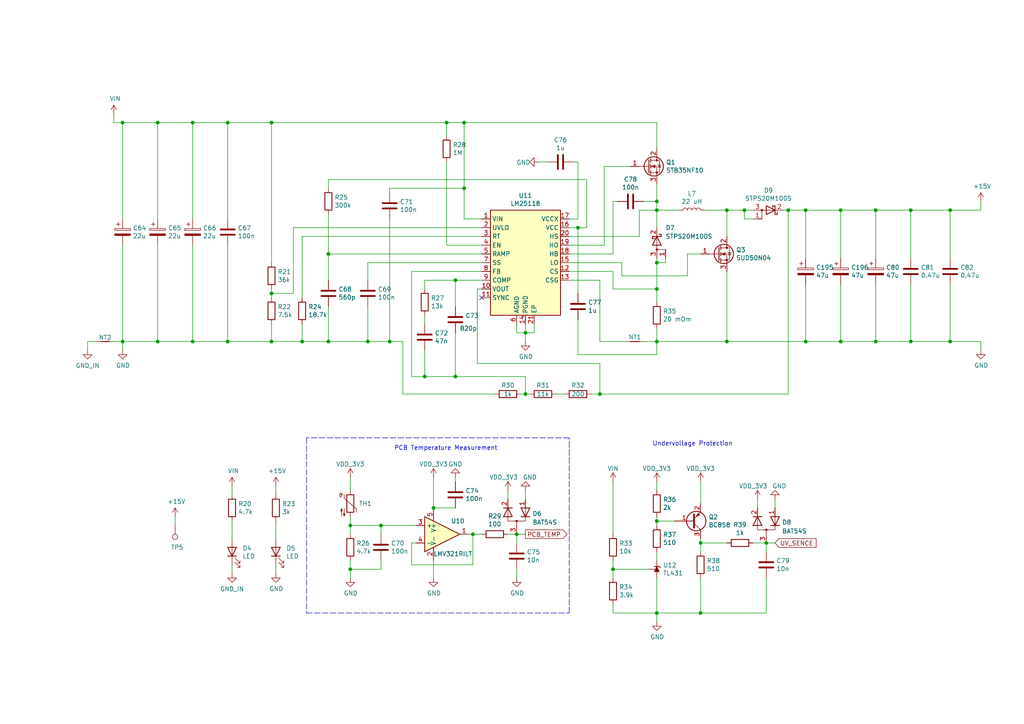
<source format=kicad_sch>
(kicad_sch (version 20250114) (generator "eeschema") (generator_version "9.0")
  (paper "A4")
  (title_block (comment 1 "НВЦТ.EVP150-2-1.3000.100 Э3"))
  (lib_symbols
    (symbol "C2000Board-rescue:AD8601-myLib"
      (property "Reference" "U" (at 0 7.62 0))
      (property "Value" "AD8601-myLib" (at 0 5.08 0))
      (symbol "AD8601-myLib_0_1"
        (polyline (pts (xy -5.08 5.08) (xy 5.08 0) (xy -5.08 -5.08) (xy -5.08 5.08)) (stroke (width 0.254)) (fill (type background)))
      )
      (symbol "AD8601-myLib_1_1"
        (pin input line (at -7.62 2.54 0) (length 2.54) (name "+") (number "3"))
        (pin input line (at -7.62 -2.54 0) (length 2.54) (name "-") (number "4"))
        (pin power_in line (at -2.54 7.62 270) (length 3.81) (name "V+") (number "5"))
        (pin power_in line (at -2.54 -7.62 90) (length 3.81) (name "V-") (number "2"))
        (pin output line (at 7.62 0 180) (length 2.54) (name "~") (number "1"))
      )
    )
    (symbol "C2000Board-rescue:CP-Device" (pin_numbers (hide yes)) (pin_names (offset 0.254))
      (property "Reference" "C" (at 0.635 2.54 0))
      (property "Value" "CP-Device" (at 0.635 -2.54 0))
      (symbol "CP-Device_0_1"
        (rectangle (start -2.286 0.508) (end 2.286 1.016))
        (polyline (pts (xy -1.778 2.286) (xy -0.762 2.286)))
        (polyline (pts (xy -1.27 2.794) (xy -1.27 1.778)))
        (rectangle (start 2.286 -0.508) (end -2.286 -1.016) (fill (type outline)))
      )
      (symbol "CP-Device_1_1"
        (pin passive line (at 0 3.81 270) (length 2.794) (name "~") (number "1"))
        (pin passive line (at 0 -3.81 90) (length 2.794) (name "~") (number "2"))
      )
    )
    (symbol "C2000Board-rescue:Net-Tie_2-Device" (pin_numbers (hide yes)) (pin_names (offset 0) (hide yes))
      (property "Reference" "NT" (at 0 1.27 0))
      (property "Value" "Net-Tie_2-Device" (at 0 -1.27 0))
      (symbol "Net-Tie_2-Device_0_1"
        (polyline (pts (xy -1.27 0) (xy 1.27 0)) (stroke (width 0.254)))
      )
      (symbol "Net-Tie_2-Device_1_1"
        (pin passive line (at -2.54 0 0) (length 2.54) (name "1") (number "1"))
        (pin passive line (at 2.54 0 180) (length 2.54) (name "2") (number "2"))
      )
    )
    (symbol "Connector:TestPoint" (pin_numbers (hide yes)) (pin_names (offset 0.762) (hide yes))
      (property "Reference" "TP" (at 0 6.858 0))
      (property "Value" "TestPoint" (at 0 5.08 0))
      (symbol "TestPoint_0_1"
        (circle (center 0 3.302) (radius 0.762))
      )
      (symbol "TestPoint_1_1"
        (pin passive line (at 0 0 90) (length 2.54) (name "1") (number "1"))
      )
    )
    (symbol "Device:C" (pin_numbers (hide yes)) (pin_names (offset 0.254))
      (property "Reference" "C" (at 0.635 2.54 0))
      (property "Value" "C" (at 0.635 -2.54 0))
      (symbol "C_0_1"
        (polyline (pts (xy -2.032 0.762) (xy 2.032 0.762)) (stroke (width 0.508)))
        (polyline (pts (xy -2.032 -0.762) (xy 2.032 -0.762)) (stroke (width 0.508)))
      )
      (symbol "C_1_1"
        (pin passive line (at 0 3.81 270) (length 2.794) (name "~") (number "1"))
        (pin passive line (at 0 -3.81 90) (length 2.794) (name "~") (number "2"))
      )
    )
    (symbol "Device:D_Dual_Series_AKC_Parallel" (pin_names (offset 0.762) (hide yes))
      (property "Reference" "D" (at 0 5.08 0))
      (property "Value" "D_Dual_Series_AKC_Parallel" (at 0 -5.08 0))
      (symbol "D_Dual_Series_AKC_Parallel_0_0"
        (polyline (pts (xy 0 -1.27) (xy 0 -3.81)) (stroke (width 0.254)))
        (polyline (pts (xy 2.54 3.81) (xy 2.54 1.27)) (stroke (width 0.254)))
      )
      (symbol "D_Dual_Series_AKC_Parallel_0_1"
        (circle (center -1.27 0) (radius 0.254) (fill (type outline)))
        (polyline (pts (xy -1.27 0) (xy -2.54 0)))
        (polyline (pts (xy 0 3.81) (xy 2.54 2.54) (xy 0 1.27) (xy 0 3.81) (xy 0 3.81) (xy 0 3.81)) (stroke (width 0.254)))
        (polyline (pts (xy 2.54 2.54) (xy -1.27 2.54) (xy -1.27 -2.54) (xy 2.54 -2.54)))
        (polyline (pts (xy 2.54 -1.27) (xy 0 -2.54) (xy 2.54 -3.81) (xy 2.54 -1.27) (xy 2.54 -1.27) (xy 2.54 -1.27)) (stroke (width 0.254)))
        (pin passive line (at -5.08 0 0) (length 2.54) (name "A") (number "3"))
        (pin passive line (at 5.08 2.54 180) (length 2.54) (name "K") (number "2"))
        (pin passive line (at 5.08 -2.54 180) (length 2.54) (name "K") (number "1"))
      )
    )
    (symbol "Device:D_Schottky_AKA" (pin_names (offset 0) (hide yes))
      (property "Reference" "D" (at 0 2.54 0))
      (property "Value" "D_Schottky_AKA" (at 0 -2.54 0))
      (symbol "D_Schottky_AKA_0_1"
        (polyline (pts (xy -1.905 0.635) (xy -1.905 1.27) (xy -1.27 1.27) (xy -1.27 -1.27) (xy -0.635 -1.27) (xy -0.635 -0.635)) (stroke (width 0.254)))
        (polyline (pts (xy 1.27 1.27) (xy 1.27 -1.27) (xy -1.27 0) (xy 1.27 1.27)) (stroke (width 0.254)))
        (circle (center 2.54 0) (radius 0.254) (fill (type outline)))
        (polyline (pts (xy 3.81 2.54) (xy 2.54 2.54) (xy 2.54 0) (xy -1.27 0)))
      )
      (symbol "D_Schottky_AKA_1_1"
        (pin passive line (at -3.81 0 0) (length 2.54) (name "K") (number "2"))
        (pin input line (at 5.08 2.54 180) (length 2.54) (name "A") (number "1"))
        (pin passive line (at 5.08 0 180) (length 2.54) (name "A") (number "3"))
      )
    )
    (symbol "Device:L" (pin_numbers (hide yes)) (pin_names (offset 1.016) (hide yes))
      (property "Reference" "L" (at -1.27 0 90))
      (property "Value" "L" (at 1.905 0 90))
      (symbol "L_0_1"
        (arc (start 0 2.54) (mid 0.6323 1.905) (end 0 1.27))
        (arc (start 0 1.27) (mid 0.6323 0.635) (end 0 0))
        (arc (start 0 0) (mid 0.6323 -0.635) (end 0 -1.27))
        (arc (start 0 -1.27) (mid 0.6323 -1.905) (end 0 -2.54))
      )
      (symbol "L_1_1"
        (pin passive line (at 0 3.81 270) (length 1.27) (name "1") (number "1"))
        (pin passive line (at 0 -3.81 90) (length 1.27) (name "2") (number "2"))
      )
    )
    (symbol "Device:LED" (pin_numbers (hide yes)) (pin_names (offset 1.016) (hide yes))
      (property "Reference" "D" (at 0 2.54 0))
      (property "Value" "LED" (at 0 -2.54 0))
      (symbol "LED_0_1"
        (polyline (pts (xy -3.048 -0.762) (xy -4.572 -2.286) (xy -3.81 -2.286) (xy -4.572 -2.286) (xy -4.572 -1.524)))
        (polyline (pts (xy -1.778 -0.762) (xy -3.302 -2.286) (xy -2.54 -2.286) (xy -3.302 -2.286) (xy -3.302 -1.524)))
        (polyline (pts (xy -1.27 0) (xy 1.27 0)))
        (polyline (pts (xy -1.27 -1.27) (xy -1.27 1.27)) (stroke (width 0.254)))
        (polyline (pts (xy 1.27 -1.27) (xy 1.27 1.27) (xy -1.27 0) (xy 1.27 -1.27)) (stroke (width 0.254)))
      )
      (symbol "LED_1_1"
        (pin passive line (at -3.81 0 0) (length 2.54) (name "K") (number "1"))
        (pin passive line (at 3.81 0 180) (length 2.54) (name "A") (number "2"))
      )
    )
    (symbol "Device:Q_NMOS_GDS" (pin_names (offset 0) (hide yes))
      (property "Reference" "Q" (at 5.08 1.27 0))
      (property "Value" "Q_NMOS_GDS" (at 5.08 -1.27 0))
      (symbol "Q_NMOS_GDS_0_1"
        (polyline (pts (xy 0.254 1.905) (xy 0.254 -1.905)) (stroke (width 0.254)))
        (polyline (pts (xy 0.254 0) (xy -2.54 0)))
        (polyline (pts (xy 0.762 2.286) (xy 0.762 1.27)) (stroke (width 0.254)))
        (polyline (pts (xy 0.762 0.508) (xy 0.762 -0.508)) (stroke (width 0.254)))
        (polyline (pts (xy 0.762 -1.27) (xy 0.762 -2.286)) (stroke (width 0.254)))
        (polyline (pts (xy 0.762 -1.778) (xy 3.302 -1.778) (xy 3.302 1.778) (xy 0.762 1.778)))
        (polyline (pts (xy 1.016 0) (xy 2.032 0.381) (xy 2.032 -0.381) (xy 1.016 0)) (fill (type outline)))
        (circle (center 1.651 0) (radius 2.794) (stroke (width 0.254)))
        (polyline (pts (xy 2.54 2.54) (xy 2.54 1.778)))
        (circle (center 2.54 1.778) (radius 0.254) (fill (type outline)))
        (circle (center 2.54 -1.778) (radius 0.254) (fill (type outline)))
        (polyline (pts (xy 2.54 -2.54) (xy 2.54 0) (xy 0.762 0)))
        (polyline (pts (xy 2.794 0.508) (xy 2.921 0.381) (xy 3.683 0.381) (xy 3.81 0.254)))
        (polyline (pts (xy 3.302 0.381) (xy 2.921 -0.254) (xy 3.683 -0.254) (xy 3.302 0.381)))
      )
      (symbol "Q_NMOS_GDS_1_1"
        (pin input line (at -5.08 0 0) (length 2.54) (name "G") (number "1"))
        (pin passive line (at 2.54 5.08 270) (length 2.54) (name "D") (number "2"))
        (pin passive line (at 2.54 -5.08 90) (length 2.54) (name "S") (number "3"))
      )
    )
    (symbol "Device:R" (pin_numbers (hide yes)) (pin_names (offset 0))
      (property "Reference" "R" (at 2.032 0 90))
      (property "Value" "R" (at 0 0 90))
      (symbol "R_0_1"
        (rectangle (start -1.016 -2.54) (end 1.016 2.54) (stroke (width 0.254)))
      )
      (symbol "R_1_1"
        (pin passive line (at 0 3.81 270) (length 1.27) (name "~") (number "1"))
        (pin passive line (at 0 -3.81 90) (length 1.27) (name "~") (number "2"))
      )
    )
    (symbol "Device:Thermistor_NTC" (pin_numbers (hide yes)) (pin_names (offset 0))
      (property "Reference" "TH" (at -4.445 0 90))
      (property "Value" "Thermistor_NTC" (at 3.175 0 90))
      (symbol "Thermistor_NTC_0_1"
        (arc (start -3.175 2.413) (mid -3.0506 2.3165) (end -3.048 2.159))
        (arc (start -3.048 2.794) (mid -2.9736 2.9736) (end -2.794 3.048))
        (arc (start -2.794 3.048) (mid -2.6144 2.9736) (end -2.54 2.794))
        (arc (start -2.794 2.54) (mid -2.9736 2.6144) (end -3.048 2.794))
        (arc (start -2.794 1.905) (mid -2.9736 1.9794) (end -3.048 2.159))
        (arc (start -2.54 2.159) (mid -2.6144 1.9794) (end -2.794 1.905))
        (arc (start -2.159 2.794) (mid -2.434 2.5608) (end -2.794 2.54))
        (polyline (pts (xy -2.54 2.159) (xy -2.54 2.794)))
        (polyline (pts (xy -2.54 -3.683) (xy -2.54 -1.397) (xy -2.794 -2.159) (xy -2.286 -2.159) (xy -2.54 -1.397) (xy -2.54 -1.651)) (fill (type outline)))
        (polyline (pts (xy -1.778 2.54) (xy -1.778 1.524) (xy 1.778 -1.524) (xy 1.778 -2.54)))
        (polyline (pts (xy -1.778 -1.397) (xy -1.778 -3.683) (xy -2.032 -2.921) (xy -1.524 -2.921) (xy -1.778 -3.683) (xy -1.778 -3.429)) (fill (type outline)))
        (rectangle (start -1.016 2.54) (end 1.016 -2.54) (stroke (width 0.254)))
      )
      (symbol "Thermistor_NTC_1_1"
        (pin passive line (at 0 3.81 270) (length 1.27) (name "~") (number "1"))
        (pin passive line (at 0 -3.81 90) (length 1.27) (name "~") (number "2"))
      )
    )
    (symbol "MyLibrary:LM25118"
      (property "Reference" "U" (at -8.89 16.51 0))
      (property "Value" "LM25118" (at 0 16.51 0))
      (symbol "LM25118_0_1"
        (rectangle (start -10.16 15.24) (end 10.16 -15.24) (stroke (width 0.254)) (fill (type background)))
      )
      (symbol "LM25118_1_1"
        (pin power_in line (at -12.7 12.7 0) (length 2.54) (name "VIN") (number "1"))
        (pin input line (at -12.7 10.16 0) (length 2.54) (name "UVLO") (number "2"))
        (pin passive line (at -12.7 7.62 0) (length 2.54) (name "RT") (number "3"))
        (pin input line (at -12.7 5.08 0) (length 2.54) (name "EN") (number "4"))
        (pin passive line (at -12.7 2.54 0) (length 2.54) (name "RAMP") (number "5"))
        (pin passive line (at -12.7 0 0) (length 2.54) (name "SS") (number "7"))
        (pin input line (at -12.7 -2.54 0) (length 2.54) (name "FB") (number "8"))
        (pin output line (at -12.7 -5.08 0) (length 2.54) (name "COMP") (number "9"))
        (pin input line (at -12.7 -7.62 0) (length 2.54) (name "VOUT") (number "10"))
        (pin input line (at -12.7 -10.16 0) (length 2.54) (name "SYNC") (number "11"))
        (pin power_in line (at -2.54 -17.78 90) (length 2.54) (name "AGND") (number "6"))
        (pin power_in line (at 0 -17.78 90) (length 2.54) (name "PGND") (number "14"))
        (pin passive line (at 2.54 -17.78 90) (length 2.54) (name "EP") (number "21"))
        (pin power_in line (at 12.7 12.7 180) (length 2.54) (name "VCCX") (number "17"))
        (pin power_out line (at 12.7 10.16 180) (length 2.54) (name "VCC") (number "16"))
        (pin passive line (at 12.7 7.62 180) (length 2.54) (name "HS") (number "20"))
        (pin output line (at 12.7 5.08 180) (length 2.54) (name "HO") (number "19"))
        (pin passive line (at 12.7 2.54 180) (length 2.54) (name "HB") (number "18"))
        (pin output line (at 12.7 0 180) (length 2.54) (name "LO") (number "15"))
        (pin input line (at 12.7 -2.54 180) (length 2.54) (name "CS") (number "12"))
        (pin input line (at 12.7 -5.08 180) (length 2.54) (name "CSG") (number "13"))
      )
    )
    (symbol "MyLibrary:VIN" (power) (pin_names (offset 0))
      (property "Value" "VIN" (at 0 3.81 0))
      (symbol "VIN_0_1"
        (polyline (pts (xy -0.762 1.27) (xy 0 2.54)))
        (polyline (pts (xy 0 2.54) (xy 0.762 1.27)))
        (polyline (pts (xy 0 0) (xy 0 2.54)))
      )
      (symbol "VIN_1_1"
        (pin power_in line (at 0 0 90) (length 0) (hide yes) (name "VIN") (number "1"))
      )
    )
    (symbol "Project_Library:GND_IN" (power) (pin_names (offset 0))
      (property "Value" "GND_IN" (at 0 -3.81 0))
      (symbol "GND_IN_0_1"
        (polyline (pts (xy 0 0) (xy 0 -1.27) (xy 1.27 -1.27) (xy 0 -2.54) (xy -1.27 -1.27) (xy 0 -1.27)))
      )
      (symbol "GND_IN_1_1"
        (pin power_in line (at 0 0 270) (length 0) (hide yes) (name "GND_IN") (number "1"))
      )
    )
    (symbol "Project_Library:VDD_3V3" (power) (pin_names (offset 0))
      (property "Value" "VDD_3V3" (at 0 3.81 0))
      (symbol "VDD_3V3_0_1"
        (polyline (pts (xy -0.762 1.27) (xy 0 2.54)))
        (polyline (pts (xy 0 2.54) (xy 0.762 1.27)))
        (polyline (pts (xy 0 0) (xy 0 2.54)))
      )
      (symbol "VDD_3V3_1_1"
        (pin power_in line (at 0 0 90) (length 0) (hide yes) (name "VDD_3V3") (number "1"))
      )
    )
    (symbol "Reference_Voltage:TL431DBZ" (pin_numbers (hide yes)) (pin_names (hide yes))
      (property "Reference" "U" (at -2.54 2.54 0))
      (property "Value" "TL431DBZ" (at 0 -2.54 0))
      (symbol "TL431DBZ_0_1"
        (polyline (pts (xy -1.27 0) (xy 0 0) (xy 1.27 0)))
        (polyline (pts (xy -0.762 0.762) (xy 0.762 0) (xy -0.762 -0.762)) (fill (type outline)))
        (polyline (pts (xy 0.508 -1.016) (xy 0.762 -0.762) (xy 0.762 0.762) (xy 0.762 0.762)) (stroke (width 0.254)))
      )
      (symbol "TL431DBZ_1_1"
        (pin passive line (at -2.54 0 0) (length 2.54) (name "A") (number "3"))
        (pin passive line (at 0 2.54 270) (length 2.54) (name "REF") (number "2"))
        (pin passive line (at 2.54 0 180) (length 2.54) (name "K") (number "1"))
      )
    )
    (symbol "Transistor_BJT:BC858" (pin_names (offset 0) (hide yes))
      (property "Reference" "Q" (at 5.08 1.905 0))
      (property "Value" "BC858" (at 5.08 0 0))
      (symbol "BC858_0_1"
        (polyline (pts (xy 0.635 1.905) (xy 0.635 -1.905) (xy 0.635 -1.905)) (stroke (width 0.508)))
        (polyline (pts (xy 0.635 0.635) (xy 2.54 2.54)))
        (polyline (pts (xy 0.635 -0.635) (xy 2.54 -2.54) (xy 2.54 -2.54)))
        (circle (center 1.27 0) (radius 2.8194) (stroke (width 0.254)))
        (polyline (pts (xy 2.286 -1.778) (xy 1.778 -2.286) (xy 1.27 -1.27) (xy 2.286 -1.778) (xy 2.286 -1.778)) (fill (type outline)))
      )
      (symbol "BC858_1_1"
        (pin input line (at -5.08 0 0) (length 5.715) (name "B") (number "1"))
        (pin passive line (at 2.54 5.08 270) (length 2.54) (name "C") (number "3"))
        (pin passive line (at 2.54 -5.08 90) (length 2.54) (name "E") (number "2"))
      )
    )
    (symbol "power:+15V" (power) (pin_names (offset 0))
      (property "Value" "+15V" (at 0 3.556 0))
      (symbol "+15V_0_1"
        (polyline (pts (xy -0.762 1.27) (xy 0 2.54)))
        (polyline (pts (xy 0 2.54) (xy 0.762 1.27)))
        (polyline (pts (xy 0 0) (xy 0 2.54)))
      )
      (symbol "+15V_1_1"
        (pin power_in line (at 0 0 90) (length 0) (hide yes) (name "+15V") (number "1"))
      )
    )
    (symbol "power:GND" (power) (pin_names (offset 0))
      (property "Value" "GND" (at 0 -3.81 0))
      (symbol "GND_0_1"
        (polyline (pts (xy 0 0) (xy 0 -1.27) (xy 1.27 -1.27) (xy 0 -2.54) (xy -1.27 -1.27) (xy 0 -1.27)))
      )
      (symbol "GND_1_1"
        (pin power_in line (at 0 0 270) (length 0) (hide yes) (name "GND") (number "1"))
      )
    )
  )
  (text "Undervoltage Protection" (at 189.23 129.54 0) (effects (font (size 1.27 1.27)) (justify left bottom)))
  (text "PCB Temperature Measurement" (at 114.3 130.81 0) (effects (font (size 1.27 1.27)) (justify left bottom)))
  (junction (at 177.8 165.1))
  (junction (at 190.5 83.82))
  (junction (at 190.5 60.96))
  (junction (at 210.82 60.96))
  (junction (at 254 60.96))
  (junction (at 87.63 99.06))
  (junction (at 101.6 165.1))
  (junction (at 134.62 35.56))
  (junction (at 203.2 177.8))
  (junction (at 243.84 99.06))
  (junction (at 129.54 35.56))
  (junction (at 203.2 157.48))
  (junction (at 275.59 60.96))
  (junction (at 264.16 99.06))
  (junction (at 275.59 99.06))
  (junction (at 190.5 177.8))
  (junction (at 137.16 154.94))
  (junction (at 167.64 66.04))
  (junction (at 152.4 96.52))
  (junction (at 190.5 58.42))
  (junction (at 95.25 73.66))
  (junction (at 106.68 99.06))
  (junction (at 125.73 147.32))
  (junction (at 134.62 54.61))
  (junction (at 228.6 60.96))
  (junction (at 222.25 157.48))
  (junction (at 190.5 99.06))
  (junction (at 113.03 99.06))
  (junction (at 110.49 152.4))
  (junction (at 95.25 99.06))
  (junction (at 243.84 60.96))
  (junction (at 132.08 109.22))
  (junction (at 149.86 154.94))
  (junction (at 215.9 60.96))
  (junction (at 132.08 81.28))
  (junction (at 173.99 114.3))
  (junction (at 45.72 99.06))
  (junction (at 66.04 99.06))
  (junction (at 66.04 35.56))
  (junction (at 190.5 76.2))
  (junction (at 55.88 99.06))
  (junction (at 78.74 99.06))
  (junction (at 233.68 99.06))
  (junction (at 152.4 114.3))
  (junction (at 264.16 60.96))
  (junction (at 78.74 35.56))
  (junction (at 190.5 151.13))
  (junction (at 35.56 99.06))
  (junction (at 35.56 35.56))
  (junction (at 233.68 60.96))
  (junction (at 254 99.06))
  (junction (at 55.88 35.56))
  (junction (at 210.82 99.06))
  (junction (at 78.74 85.09))
  (junction (at 45.72 35.56))
  (junction (at 101.6 152.4))
  (junction (at 123.19 109.22))
  (no_connect (at 139.7 86.36))
  (wire (pts (xy 95.25 81.28) (xy 95.25 73.66)))
  (wire (pts (xy 137.16 163.83) (xy 137.16 154.94)))
  (wire (pts (xy 284.48 58.42) (xy 284.48 60.96)))
  (wire (pts (xy 222.25 160.02) (xy 222.25 157.48)))
  (wire (pts (xy 119.38 109.22) (xy 119.38 78.74)))
  (wire (pts (xy 165.1 76.2) (xy 180.34 76.2)))
  (wire (pts (xy 85.09 66.04) (xy 85.09 85.09)))
  (wire (pts (xy 66.04 35.56) (xy 78.74 35.56)))
  (wire (pts (xy 95.25 99.06) (xy 106.68 99.06)))
  (wire (pts (xy 129.54 35.56) (xy 134.62 35.56)))
  (wire (pts (xy 177.8 165.1) (xy 177.8 167.64)))
  (wire (pts (xy 33.02 33.02) (xy 33.02 35.56)))
  (wire (pts (xy 125.73 162.56) (xy 125.73 167.64)))
  (wire (pts (xy 110.49 152.4) (xy 110.49 154.94)))
  (wire (pts (xy 177.8 139.7) (xy 177.8 154.94)))
  (wire (pts (xy 106.68 99.06) (xy 113.03 99.06)))
  (wire (pts (xy 87.63 68.58) (xy 87.63 86.36)))
  (wire (pts (xy 175.26 71.12) (xy 165.1 71.12)))
  (wire (pts (xy 35.56 63.5) (xy 35.56 35.56)))
  (wire (pts (xy 123.19 109.22) (xy 132.08 109.22)))
  (wire (pts (xy 154.94 96.52) (xy 154.94 93.98)))
  (polyline (pts (xy 165.1 177.8) (xy 165.1 127)) (stroke (width 0) (type dash)))
  (wire (pts (xy 167.64 92.71) (xy 167.64 102.87)))
  (wire (pts (xy 152.4 154.94) (xy 149.86 154.94)))
  (wire (pts (xy 137.16 154.94) (xy 139.7 154.94)))
  (wire (pts (xy 80.01 151.13) (xy 80.01 156.21)))
  (wire (pts (xy 152.4 109.22) (xy 152.4 114.3)))
  (wire (pts (xy 275.59 74.93) (xy 275.59 60.96)))
  (wire (pts (xy 203.2 157.48) (xy 203.2 160.02)))
  (wire (pts (xy 170.18 66.04) (xy 167.64 66.04)))
  (wire (pts (xy 203.2 146.05) (xy 203.2 139.7)))
  (wire (pts (xy 106.68 88.9) (xy 106.68 99.06)))
  (wire (pts (xy 227.33 60.96) (xy 228.6 60.96)))
  (wire (pts (xy 119.38 78.74) (xy 139.7 78.74)))
  (wire (pts (xy 186.69 58.42) (xy 190.5 58.42)))
  (wire (pts (xy 243.84 82.55) (xy 243.84 99.06)))
  (polyline (pts (xy 88.9 127) (xy 88.9 177.8)) (stroke (width 0) (type dash)))
  (wire (pts (xy 95.25 88.9) (xy 95.25 99.06)))
  (wire (pts (xy 177.8 78.74) (xy 165.1 78.74)))
  (wire (pts (xy 171.45 114.3) (xy 173.99 114.3)))
  (wire (pts (xy 190.5 139.7) (xy 190.5 142.24)))
  (wire (pts (xy 67.31 163.83) (xy 67.31 166.37)))
  (wire (pts (xy 147.32 142.24) (xy 147.32 144.78)))
  (wire (pts (xy 45.72 71.12) (xy 45.72 99.06)))
  (wire (pts (xy 80.01 140.97) (xy 80.01 143.51)))
  (wire (pts (xy 284.48 99.06) (xy 284.48 101.6)))
  (wire (pts (xy 152.4 114.3) (xy 153.67 114.3)))
  (wire (pts (xy 123.19 81.28) (xy 123.19 83.82)))
  (wire (pts (xy 132.08 96.52) (xy 132.08 109.22)))
  (wire (pts (xy 219.71 144.78) (xy 219.71 147.32)))
  (wire (pts (xy 186.69 99.06) (xy 190.5 99.06)))
  (wire (pts (xy 113.03 54.61) (xy 134.62 54.61)))
  (wire (pts (xy 166.37 46.99) (xy 167.64 46.99)))
  (wire (pts (xy 190.5 58.42) (xy 190.5 60.96)))
  (wire (pts (xy 167.64 102.87) (xy 190.5 102.87)))
  (wire (pts (xy 35.56 71.12) (xy 35.56 99.06)))
  (wire (pts (xy 78.74 85.09) (xy 78.74 86.36)))
  (wire (pts (xy 95.25 54.61) (xy 95.25 52.07)))
  (wire (pts (xy 190.5 177.8) (xy 203.2 177.8)))
  (wire (pts (xy 134.62 35.56) (xy 190.5 35.56)))
  (wire (pts (xy 190.5 167.64) (xy 190.5 177.8)))
  (wire (pts (xy 190.5 151.13) (xy 190.5 152.4)))
  (wire (pts (xy 116.84 114.3) (xy 116.84 99.06)))
  (wire (pts (xy 25.4 99.06) (xy 27.94 99.06)))
  (wire (pts (xy 167.64 85.09) (xy 167.64 66.04)))
  (polyline (pts (xy 165.1 127) (xy 88.9 127)) (stroke (width 0) (type dash)))
  (wire (pts (xy 87.63 93.98) (xy 87.63 99.06)))
  (wire (pts (xy 177.8 162.56) (xy 177.8 165.1)))
  (wire (pts (xy 190.5 60.96) (xy 190.5 66.04)))
  (wire (pts (xy 101.6 165.1) (xy 110.49 165.1)))
  (wire (pts (xy 254 74.93) (xy 254 60.96)))
  (wire (pts (xy 101.6 152.4) (xy 110.49 152.4)))
  (wire (pts (xy 215.9 63.5) (xy 215.9 60.96)))
  (wire (pts (xy 222.25 167.64) (xy 222.25 177.8)))
  (wire (pts (xy 101.6 138.43) (xy 101.6 142.24)))
  (wire (pts (xy 149.86 93.98) (xy 149.86 96.52)))
  (wire (pts (xy 228.6 114.3) (xy 228.6 60.96)))
  (wire (pts (xy 123.19 91.44) (xy 123.19 93.98)))
  (wire (pts (xy 165.1 68.58) (xy 185.42 68.58)))
  (wire (pts (xy 119.38 163.83) (xy 137.16 163.83)))
  (wire (pts (xy 173.99 81.28) (xy 173.99 99.06)))
  (wire (pts (xy 132.08 147.32) (xy 125.73 147.32)))
  (wire (pts (xy 45.72 63.5) (xy 45.72 35.56)))
  (wire (pts (xy 134.62 63.5) (xy 139.7 63.5)))
  (wire (pts (xy 193.04 76.2) (xy 190.5 76.2)))
  (wire (pts (xy 185.42 60.96) (xy 190.5 60.96)))
  (wire (pts (xy 177.8 83.82) (xy 177.8 78.74)))
  (wire (pts (xy 138.43 83.82) (xy 138.43 105.41)))
  (wire (pts (xy 243.84 60.96) (xy 243.84 74.93)))
  (wire (pts (xy 215.9 60.96) (xy 218.44 60.96)))
  (wire (pts (xy 95.25 52.07) (xy 170.18 52.07)))
  (wire (pts (xy 161.29 114.3) (xy 163.83 114.3)))
  (wire (pts (xy 101.6 162.56) (xy 101.6 165.1)))
  (wire (pts (xy 95.25 62.23) (xy 95.25 73.66)))
  (wire (pts (xy 152.4 96.52) (xy 154.94 96.52)))
  (wire (pts (xy 66.04 99.06) (xy 78.74 99.06)))
  (wire (pts (xy 275.59 60.96) (xy 284.48 60.96)))
  (wire (pts (xy 165.1 81.28) (xy 173.99 81.28)))
  (wire (pts (xy 190.5 43.18) (xy 190.5 35.56)))
  (wire (pts (xy 165.1 73.66) (xy 177.8 73.66)))
  (wire (pts (xy 254 99.06) (xy 264.16 99.06)))
  (wire (pts (xy 55.88 35.56) (xy 66.04 35.56)))
  (wire (pts (xy 67.31 140.97) (xy 67.31 143.51)))
  (wire (pts (xy 132.08 109.22) (xy 152.4 109.22)))
  (wire (pts (xy 233.68 60.96) (xy 243.84 60.96)))
  (wire (pts (xy 152.4 142.24) (xy 152.4 144.78)))
  (wire (pts (xy 35.56 35.56) (xy 45.72 35.56)))
  (wire (pts (xy 132.08 88.9) (xy 132.08 81.28)))
  (wire (pts (xy 167.64 66.04) (xy 165.1 66.04)))
  (wire (pts (xy 170.18 52.07) (xy 170.18 66.04)))
  (wire (pts (xy 190.5 83.82) (xy 190.5 87.63)))
  (wire (pts (xy 228.6 60.96) (xy 233.68 60.96)))
  (wire (pts (xy 35.56 99.06) (xy 45.72 99.06)))
  (wire (pts (xy 55.88 71.12) (xy 55.88 99.06)))
  (wire (pts (xy 193.04 74.93) (xy 193.04 76.2)))
  (wire (pts (xy 210.82 68.58) (xy 210.82 60.96)))
  (wire (pts (xy 125.73 138.43) (xy 125.73 147.32)))
  (wire (pts (xy 210.82 157.48) (xy 203.2 157.48)))
  (wire (pts (xy 80.01 163.83) (xy 80.01 166.37)))
  (wire (pts (xy 152.4 93.98) (xy 152.4 96.52)))
  (wire (pts (xy 50.8 149.86) (xy 50.8 152.4)))
  (wire (pts (xy 137.16 154.94) (xy 135.89 154.94)))
  (wire (pts (xy 190.5 177.8) (xy 177.8 177.8)))
  (wire (pts (xy 199.39 73.66) (xy 203.2 73.66)))
  (wire (pts (xy 25.4 101.6) (xy 25.4 99.06)))
  (wire (pts (xy 119.38 157.48) (xy 119.38 163.83)))
  (wire (pts (xy 233.68 99.06) (xy 243.84 99.06)))
  (wire (pts (xy 204.47 60.96) (xy 210.82 60.96)))
  (wire (pts (xy 177.8 165.1) (xy 187.96 165.1)))
  (wire (pts (xy 147.32 154.94) (xy 149.86 154.94)))
  (wire (pts (xy 66.04 63.5) (xy 66.04 35.56)))
  (wire (pts (xy 177.8 177.8) (xy 177.8 175.26)))
  (wire (pts (xy 190.5 74.93) (xy 190.5 76.2)))
  (wire (pts (xy 110.49 162.56) (xy 110.49 165.1)))
  (wire (pts (xy 210.82 99.06) (xy 233.68 99.06)))
  (wire (pts (xy 149.86 96.52) (xy 152.4 96.52)))
  (wire (pts (xy 190.5 180.34) (xy 190.5 177.8)))
  (wire (pts (xy 190.5 151.13) (xy 195.58 151.13)))
  (wire (pts (xy 177.8 58.42) (xy 179.07 58.42)))
  (wire (pts (xy 45.72 35.56) (xy 55.88 35.56)))
  (wire (pts (xy 123.19 81.28) (xy 132.08 81.28)))
  (wire (pts (xy 78.74 76.2) (xy 78.74 35.56)))
  (wire (pts (xy 101.6 165.1) (xy 101.6 167.64)))
  (wire (pts (xy 101.6 152.4) (xy 101.6 154.94)))
  (wire (pts (xy 275.59 99.06) (xy 264.16 99.06)))
  (wire (pts (xy 185.42 68.58) (xy 185.42 60.96)))
  (wire (pts (xy 210.82 60.96) (xy 215.9 60.96)))
  (wire (pts (xy 106.68 76.2) (xy 139.7 76.2)))
  (wire (pts (xy 203.2 177.8) (xy 203.2 167.64)))
  (wire (pts (xy 33.02 35.56) (xy 35.56 35.56)))
  (wire (pts (xy 95.25 73.66) (xy 139.7 73.66)))
  (wire (pts (xy 45.72 99.06) (xy 55.88 99.06)))
  (wire (pts (xy 190.5 60.96) (xy 196.85 60.96)))
  (wire (pts (xy 101.6 149.86) (xy 101.6 152.4)))
  (wire (pts (xy 199.39 80.01) (xy 199.39 73.66)))
  (wire (pts (xy 203.2 156.21) (xy 203.2 157.48)))
  (wire (pts (xy 55.88 99.06) (xy 66.04 99.06)))
  (wire (pts (xy 254 60.96) (xy 264.16 60.96)))
  (wire (pts (xy 190.5 76.2) (xy 190.5 83.82)))
  (wire (pts (xy 180.34 80.01) (xy 199.39 80.01)))
  (wire (pts (xy 129.54 39.37) (xy 129.54 35.56)))
  (wire (pts (xy 66.04 71.12) (xy 66.04 99.06)))
  (wire (pts (xy 113.03 54.61) (xy 113.03 55.88)))
  (wire (pts (xy 152.4 96.52) (xy 152.4 99.06)))
  (wire (pts (xy 113.03 63.5) (xy 113.03 99.06)))
  (wire (pts (xy 87.63 99.06) (xy 95.25 99.06)))
  (wire (pts (xy 173.99 114.3) (xy 228.6 114.3)))
  (wire (pts (xy 254 82.55) (xy 254 99.06)))
  (wire (pts (xy 129.54 46.99) (xy 129.54 71.12)))
  (wire (pts (xy 243.84 60.96) (xy 254 60.96)))
  (wire (pts (xy 190.5 160.02) (xy 190.5 162.56)))
  (wire (pts (xy 129.54 71.12) (xy 139.7 71.12)))
  (wire (pts (xy 203.2 177.8) (xy 222.25 177.8)))
  (wire (pts (xy 106.68 81.28) (xy 106.68 76.2)))
  (wire (pts (xy 218.44 157.48) (xy 222.25 157.48)))
  (wire (pts (xy 55.88 35.56) (xy 55.88 63.5)))
  (wire (pts (xy 222.25 157.48) (xy 224.79 157.48)))
  (wire (pts (xy 156.21 46.99) (xy 158.75 46.99)))
  (wire (pts (xy 78.74 35.56) (xy 129.54 35.56)))
  (wire (pts (xy 151.13 114.3) (xy 152.4 114.3)))
  (wire (pts (xy 224.79 144.78) (xy 224.79 147.32)))
  (wire (pts (xy 210.82 78.74) (xy 210.82 99.06)))
  (wire (pts (xy 85.09 66.04) (xy 139.7 66.04)))
  (wire (pts (xy 119.38 109.22) (xy 123.19 109.22)))
  (wire (pts (xy 139.7 81.28) (xy 132.08 81.28)))
  (wire (pts (xy 264.16 74.93) (xy 264.16 60.96)))
  (wire (pts (xy 218.44 63.5) (xy 215.9 63.5)))
  (wire (pts (xy 180.34 76.2) (xy 180.34 80.01)))
  (wire (pts (xy 78.74 99.06) (xy 87.63 99.06)))
  (wire (pts (xy 116.84 114.3) (xy 143.51 114.3)))
  (wire (pts (xy 149.86 165.1) (xy 149.86 167.64)))
  (wire (pts (xy 78.74 93.98) (xy 78.74 99.06)))
  (wire (pts (xy 210.82 99.06) (xy 190.5 99.06)))
  (wire (pts (xy 67.31 151.13) (xy 67.31 156.21)))
  (wire (pts (xy 120.65 157.48) (xy 119.38 157.48)))
  (wire (pts (xy 190.5 149.86) (xy 190.5 151.13)))
  (wire (pts (xy 33.02 99.06) (xy 35.56 99.06)))
  (wire (pts (xy 284.48 99.06) (xy 275.59 99.06)))
  (wire (pts (xy 182.88 48.26) (xy 175.26 48.26)))
  (wire (pts (xy 177.8 83.82) (xy 190.5 83.82)))
  (wire (pts (xy 190.5 102.87) (xy 190.5 99.06)))
  (wire (pts (xy 123.19 101.6) (xy 123.19 109.22)))
  (wire (pts (xy 149.86 154.94) (xy 149.86 157.48)))
  (wire (pts (xy 78.74 83.82) (xy 78.74 85.09)))
  (wire (pts (xy 175.26 48.26) (xy 175.26 71.12)))
  (wire (pts (xy 173.99 99.06) (xy 181.61 99.06)))
  (wire (pts (xy 132.08 138.43) (xy 132.08 139.7)))
  (wire (pts (xy 264.16 82.55) (xy 264.16 99.06)))
  (wire (pts (xy 134.62 63.5) (xy 134.62 54.61)))
  (wire (pts (xy 113.03 99.06) (xy 116.84 99.06)))
  (wire (pts (xy 35.56 99.06) (xy 35.56 101.6)))
  (wire (pts (xy 264.16 60.96) (xy 275.59 60.96)))
  (wire (pts (xy 275.59 82.55) (xy 275.59 99.06)))
  (wire (pts (xy 190.5 95.25) (xy 190.5 99.06)))
  (polyline (pts (xy 88.9 177.8) (xy 165.1 177.8)) (stroke (width 0) (type dash)))
  (wire (pts (xy 78.74 85.09) (xy 85.09 85.09)))
  (wire (pts (xy 167.64 63.5) (xy 165.1 63.5)))
  (wire (pts (xy 110.49 152.4) (xy 120.65 152.4)))
  (wire (pts (xy 233.68 82.55) (xy 233.68 99.06)))
  (wire (pts (xy 190.5 53.34) (xy 190.5 58.42)))
  (wire (pts (xy 243.84 99.06) (xy 254 99.06)))
  (wire (pts (xy 233.68 60.96) (xy 233.68 74.93)))
  (wire (pts (xy 134.62 54.61) (xy 134.62 35.56)))
  (wire (pts (xy 138.43 105.41) (xy 173.99 105.41)))
  (wire (pts (xy 167.64 46.99) (xy 167.64 63.5)))
  (wire (pts (xy 139.7 83.82) (xy 138.43 83.82)))
  (wire (pts (xy 177.8 73.66) (xy 177.8 58.42)))
  (wire (pts (xy 87.63 68.58) (xy 139.7 68.58)))
  (wire (pts (xy 173.99 105.41) (xy 173.99 114.3)))
  (global_label "UV_SENCE" (shape input) (at 224.79 157.48 0) (property "Intersheetrefs" "${INTERSHEET_REFS}" (effects (hide yes))))
  (global_label "PCB_TEMP" (shape output) (at 152.4 154.94 0) (property "Intersheetrefs" "${INTERSHEET_REFS}" (effects (hide yes))))
  (symbol (lib_id "MyLibrary:LM25118") (at 152.4 76.2 0) (unit 1)
    (property "Reference" "U11" (at 152.4 56.7182 0))
    (property "Value" "LM25118" (at 152.4 59.0296 0))
    (property "Footprint" "Package_SO:HTSSOP-20-1EP_4.4x6.5mm_P0.65mm_EP2.85x4mm" (effects (hide yes)))
    (property "Datasheet" "https://www.ti.com/lit/ds/symlink/lm25118.pdf?ts=1624340909772&ref_url=https%253A%252F%252Fwww.ti.com%252Fproduct%252FLM25118" (effects (hide yes)))
  )
  (symbol (lib_id "Device:L") (at 200.66 60.96 90) (unit 1)
    (property "Reference" "L7" (at 200.66 56.134 90))
    (property "Value" "22 uH" (at 200.66 58.4454 90))
    (property "Footprint" "Inductor_SMD:L_Bourns_SRP1245A" (effects (hide yes)))
  )
  (symbol (lib_id "power:GND") (at 152.4 99.06 0) (unit 1)
    (property "Reference" "#PWR078" (effects (hide yes)))
    (property "Value" "GND" (at 152.527 103.4542 0))
  )
  (symbol (lib_id "Device:C") (at 95.25 85.09 0) (unit 1)
    (property "Reference" "C68" (at 98.171 83.9216 0) (effects (justify left)))
    (property "Value" "560p" (at 98.171 86.233 0) (effects (justify left)))
    (property "Footprint" "Capacitor_SMD:C_0603_1608Metric" (effects (hide yes)))
  )
  (symbol (lib_id "Device:R") (at 95.25 58.42 0) (unit 1)
    (property "Reference" "R25" (at 97.028 57.2516 0) (effects (justify left)))
    (property "Value" "300k" (at 97.028 59.563 0) (effects (justify left)))
    (property "Footprint" "Resistor_SMD:R_0603_1608Metric" (effects (hide yes)))
  )
  (symbol (lib_id "Device:R") (at 190.5 91.44 0) (unit 1)
    (property "Reference" "R35" (at 192.278 90.2716 0) (effects (justify left)))
    (property "Value" "20 mOm" (at 192.278 92.583 0) (effects (justify left)))
    (property "Footprint" "Resistor_SMD:R_2512_6332Metric" (effects (hide yes)))
  )
  (symbol (lib_id "Device:R") (at 87.63 90.17 0) (unit 1)
    (property "Reference" "R24" (at 89.408 89.0016 0) (effects (justify left)))
    (property "Value" "18.7k" (at 89.408 91.313 0) (effects (justify left)))
    (property "Footprint" "Resistor_SMD:R_0603_1608Metric" (effects (hide yes)))
  )
  (symbol (lib_id "Device:C") (at 264.16 78.74 0) (unit 1)
    (property "Reference" "C81" (at 267.081 77.5716 0) (effects (justify left)))
    (property "Value" "0.47u" (at 267.081 79.883 0) (effects (justify left)))
    (property "Footprint" "Capacitor_SMD:C_1206_3216Metric" (effects (hide yes)))
  )
  (symbol (lib_id "Device:C") (at 275.59 78.74 0) (unit 1)
    (property "Reference" "C82" (at 278.511 77.5716 0) (effects (justify left)))
    (property "Value" "0.47u" (at 278.511 79.883 0) (effects (justify left)))
    (property "Footprint" "Capacitor_SMD:C_1206_3216Metric" (effects (hide yes)))
  )
  (symbol (lib_id "Device:D_Schottky_AKA") (at 223.52 60.96 180) (unit 1)
    (property "Reference" "D9" (at 222.885 55.245 0))
    (property "Value" "STPS20M100S" (at 222.885 57.5564 0))
    (property "Footprint" "Package_TO_SOT_SMD:TO-263-2" (effects (hide yes)))
  )
  (symbol (lib_id "Device:D_Schottky_AKA") (at 190.5 69.85 270) (unit 1)
    (property "Reference" "D7" (at 193.04 66.04 90) (effects (justify left)))
    (property "Value" "STPS20M100S" (at 193.04 68.58 90) (effects (justify left)))
    (property "Footprint" "Package_TO_SOT_SMD:TO-263-2" (effects (hide yes)))
  )
  (symbol (lib_id "power:+15V") (at 284.48 58.42 0) (unit 1)
    (property "Reference" "#PWR087" (effects (hide yes)))
    (property "Value" "+15V" (at 284.861 54.0258 0))
  )
  (symbol (lib_id "power:GND") (at 284.48 101.6 0) (unit 1)
    (property "Reference" "#PWR088" (effects (hide yes)))
    (property "Value" "GND" (at 284.607 105.9942 0))
  )
  (symbol (lib_id "power:GND") (at 35.56 101.6 0) (unit 1)
    (property "Reference" "#PWR066" (effects (hide yes)))
    (property "Value" "GND" (at 35.687 105.9942 0))
  )
  (symbol (lib_id "MyLibrary:VIN") (at 33.02 33.02 0) (unit 1)
    (property "Reference" "#PWR065" (effects (hide yes)))
    (property "Value" "VIN" (at 33.401 28.6258 0))
  )
  (symbol (lib_id "Device:C") (at 167.64 88.9 0) (unit 1)
    (property "Reference" "C77" (at 170.561 87.7316 0) (effects (justify left)))
    (property "Value" "1u" (at 170.561 90.043 0) (effects (justify left)))
    (property "Footprint" "Capacitor_SMD:C_0805_2012Metric_Pad1.18x1.45mm_HandSolder" (effects (hide yes)))
  )
  (symbol (lib_id "C2000Board-rescue:CP-Device") (at 35.56 67.31 0) (unit 1)
    (property "Reference" "C64" (at 38.5572 66.1416 0) (effects (justify left)))
    (property "Value" "22u" (at 38.5572 68.453 0) (effects (justify left)))
    (property "Footprint" "Capacitor_Tantalum_SMD:CP_EIA-7360-38_Kemet-E" (effects (hide yes)))
  )
  (symbol (lib_id "Device:C") (at 66.04 67.31 0) (unit 1)
    (property "Reference" "C67" (at 68.961 66.1416 0) (effects (justify left)))
    (property "Value" "100n" (at 68.961 68.453 0) (effects (justify left)))
    (property "Footprint" "Capacitor_SMD:C_1206_3216Metric" (effects (hide yes)))
  )
  (symbol (lib_id "C2000Board-rescue:CP-Device") (at 254 78.74 0) (unit 1)
    (property "Reference" "C80" (at 256.9972 77.5716 0) (effects (justify left)))
    (property "Value" "47u" (at 256.9972 79.883 0) (effects (justify left)))
    (property "Footprint" "Capacitor_Tantalum_SMD:CP_EIA-7360-38_Kemet-E" (effects (hide yes)))
  )
  (symbol (lib_id "Device:C") (at 182.88 58.42 270) (unit 1)
    (property "Reference" "C78" (at 182.88 52.0192 90))
    (property "Value" "100n" (at 182.88 54.3306 90))
    (property "Footprint" "Capacitor_SMD:C_0603_1608Metric_Pad1.08x0.95mm_HandSolder" (effects (hide yes)))
  )
  (symbol (lib_id "Device:C") (at 106.68 85.09 0) (unit 1)
    (property "Reference" "C69" (at 109.601 83.9216 0) (effects (justify left)))
    (property "Value" "100n" (at 109.601 86.233 0) (effects (justify left)))
    (property "Footprint" "Capacitor_SMD:C_0603_1608Metric" (effects (hide yes)))
  )
  (symbol (lib_id "Device:R") (at 147.32 114.3 270) (unit 1)
    (property "Reference" "R30" (at 147.32 111.76 90))
    (property "Value" "1k" (at 147.32 114.3 90))
    (property "Footprint" "Resistor_SMD:R_0603_1608Metric" (effects (hide yes)))
  )
  (symbol (lib_id "Device:R") (at 157.48 114.3 270) (unit 1)
    (property "Reference" "R31" (at 157.48 111.76 90))
    (property "Value" "11k" (at 157.48 114.3 90))
    (property "Footprint" "Resistor_SMD:R_0603_1608Metric" (effects (hide yes)))
  )
  (symbol (lib_id "Device:R") (at 167.64 114.3 270) (unit 1)
    (property "Reference" "R32" (at 167.64 111.76 90))
    (property "Value" "200" (at 167.64 114.3 90))
    (property "Footprint" "Resistor_SMD:R_0603_1608Metric" (effects (hide yes)))
  )
  (symbol (lib_id "Device:R") (at 129.54 43.18 0) (unit 1)
    (property "Reference" "R28" (at 131.318 42.0116 0) (effects (justify left)))
    (property "Value" "1M" (at 131.318 44.323 0) (effects (justify left)))
    (property "Footprint" "Resistor_SMD:R_0603_1608Metric" (effects (hide yes)))
  )
  (symbol (lib_id "Device:R") (at 78.74 80.01 0) (unit 1)
    (property "Reference" "R21" (at 80.518 78.8416 0) (effects (justify left)))
    (property "Value" "36k" (at 80.518 81.153 0) (effects (justify left)))
    (property "Footprint" "Resistor_SMD:R_0603_1608Metric" (effects (hide yes)))
  )
  (symbol (lib_id "Device:R") (at 78.74 90.17 0) (unit 1)
    (property "Reference" "R22" (at 80.518 89.0016 0) (effects (justify left)))
    (property "Value" "7.5k" (at 80.518 91.313 0) (effects (justify left)))
    (property "Footprint" "Resistor_SMD:R_0603_1608Metric" (effects (hide yes)))
  )
  (symbol (lib_id "Device:Thermistor_NTC") (at 101.6 146.05 0) (unit 1)
    (property "Reference" "TH1" (at 104.0892 146.05 0) (effects (justify left)))
    (property "Value" "Thermistor_NTC" (effects (hide yes)))
    (property "Footprint" "Resistor_SMD:R_0805_2012Metric" (effects (hide yes)))
  )
  (symbol (lib_id "Device:Q_NMOS_GDS") (at 187.96 48.26 0) (unit 1)
    (property "Reference" "Q1" (at 193.167 47.0916 0) (effects (justify left)))
    (property "Value" "STB35NF10" (at 193.167 49.403 0) (effects (justify left)))
    (property "Footprint" "Package_TO_SOT_SMD:TO-263-2" (effects (hide yes)))
  )
  (symbol (lib_id "Device:Q_NMOS_GDS") (at 208.28 73.66 0) (unit 1)
    (property "Reference" "Q3" (at 213.487 72.4916 0) (effects (justify left)))
    (property "Value" "SUD50N04" (at 213.487 74.803 0) (effects (justify left)))
    (property "Footprint" "Package_TO_SOT_SMD:TO-252-2" (effects (hide yes)))
  )
  (symbol (lib_id "Device:C") (at 113.03 59.69 180) (unit 1)
    (property "Reference" "C71" (at 115.951 58.5216 0) (effects (justify right)))
    (property "Value" "100n" (at 115.951 60.833 0) (effects (justify right)))
    (property "Footprint" "Capacitor_SMD:C_0805_2012Metric_Pad1.18x1.45mm_HandSolder" (effects (hide yes)))
  )
  (symbol (lib_id "Device:C") (at 162.56 46.99 270) (unit 1)
    (property "Reference" "C76" (at 162.56 40.5892 90))
    (property "Value" "1u" (at 162.56 42.9006 90))
    (property "Footprint" "Capacitor_SMD:C_0805_2012Metric_Pad1.18x1.45mm_HandSolder" (effects (hide yes)))
  )
  (symbol (lib_id "power:GND") (at 156.21 46.99 270) (unit 1)
    (property "Reference" "#PWR080" (effects (hide yes)))
    (property "Value" "GND" (at 151.8158 47.117 90))
  )
  (symbol (lib_id "Device:R") (at 123.19 87.63 0) (unit 1)
    (property "Reference" "R27" (at 124.968 86.4616 0) (effects (justify left)))
    (property "Value" "13k" (at 124.968 88.773 0) (effects (justify left)))
    (property "Footprint" "Resistor_SMD:R_0603_1608Metric" (effects (hide yes)))
  )
  (symbol (lib_id "Device:C") (at 132.08 92.71 0) (unit 1)
    (property "Reference" "C73" (at 135.001 91.5416 0) (effects (justify left)))
    (property "Value" "820p" (at 133.35 95.25 0) (effects (justify left)))
    (property "Footprint" "Capacitor_SMD:C_0603_1608Metric_Pad1.08x0.95mm_HandSolder" (effects (hide yes)))
  )
  (symbol (lib_id "Device:C") (at 123.19 97.79 0) (unit 1)
    (property "Reference" "C72" (at 126.111 96.6216 0) (effects (justify left)))
    (property "Value" "47n" (at 126.111 98.933 0) (effects (justify left)))
    (property "Footprint" "Capacitor_SMD:C_0603_1608Metric" (effects (hide yes)))
  )
  (symbol (lib_id "Device:R") (at 101.6 158.75 0) (unit 1)
    (property "Reference" "R26" (at 103.378 157.5816 0) (effects (justify left)))
    (property "Value" "4.7k" (at 103.378 159.893 0) (effects (justify left)))
    (property "Footprint" "Resistor_SMD:R_0603_1608Metric" (effects (hide yes)))
  )
  (symbol (lib_id "C2000Board-rescue:Net-Tie_2-Device") (at 184.15 99.06 0) (unit 1)
    (property "Reference" "NT1" (at 184.15 97.79 0))
    (property "Value" "Net-Tie_2" (effects (hide yes)))
    (property "Footprint" "NetTie:NetTie-2_SMD_Pad0.5mm" (effects (hide yes)))
  )
  (symbol (lib_id "power:GND") (at 101.6 167.64 0) (unit 1)
    (property "Reference" "#PWR072" (effects (hide yes)))
    (property "Value" "GND" (at 101.727 172.0342 0))
  )
  (symbol (lib_id "Device:C") (at 110.49 158.75 0) (unit 1)
    (property "Reference" "C70" (at 113.411 157.5816 0) (effects (justify left)))
    (property "Value" "100n" (at 113.411 159.893 0) (effects (justify left)))
    (property "Footprint" "Capacitor_SMD:C_0603_1608Metric" (effects (hide yes)))
  )
  (symbol (lib_id "C2000Board-rescue:AD8601-myLib") (at 128.27 154.94 0) (unit 1)
    (property "Reference" "U10" (at 130.81 151.13 0) (effects (justify left)))
    (property "Value" "LMV321RILT" (at 125.73 160.655 0) (effects (justify left)))
    (property "Footprint" "Package_TO_SOT_SMD:SOT-23-5" (effects (hide yes)))
    (property "Datasheet" "http://www.ti.com/lit/ds/symlink/lm321.pdf" (effects (hide yes)))
  )
  (symbol (lib_id "Device:C") (at 132.08 143.51 0) (unit 1)
    (property "Reference" "C74" (at 135.001 142.3416 0) (effects (justify left)))
    (property "Value" "100n" (at 135.001 144.653 0) (effects (justify left)))
    (property "Footprint" "Capacitor_SMD:C_0603_1608Metric" (effects (hide yes)))
  )
  (symbol (lib_id "power:GND") (at 132.08 138.43 180) (unit 1)
    (property "Reference" "#PWR075" (effects (hide yes)))
    (property "Value" "GND" (at 132.08 134.62 0))
  )
  (symbol (lib_id "Device:R") (at 143.51 154.94 270) (unit 1)
    (property "Reference" "R29" (at 143.51 149.6822 90))
    (property "Value" "100" (at 143.51 151.9936 90))
    (property "Footprint" "Resistor_SMD:R_0603_1608Metric" (effects (hide yes)))
  )
  (symbol (lib_id "Device:C") (at 149.86 161.29 0) (unit 1)
    (property "Reference" "C75" (at 152.781 160.1216 0) (effects (justify left)))
    (property "Value" "10n" (at 152.781 162.433 0) (effects (justify left)))
    (property "Footprint" "Capacitor_SMD:C_0603_1608Metric" (effects (hide yes)))
  )
  (symbol (lib_id "power:GND") (at 149.86 167.64 0) (unit 1)
    (property "Reference" "#PWR077" (effects (hide yes)))
    (property "Value" "GND" (at 149.987 172.0342 0))
  )
  (symbol (lib_id "power:GND") (at 125.73 167.64 0) (unit 1)
    (property "Reference" "#PWR074" (effects (hide yes)))
    (property "Value" "GND" (at 125.857 172.0342 0))
  )
  (symbol (lib_id "Device:R") (at 214.63 157.48 270) (unit 1)
    (property "Reference" "R39" (at 214.63 152.2222 90))
    (property "Value" "1k" (at 214.63 154.5336 90))
    (property "Footprint" "Resistor_SMD:R_0603_1608Metric" (effects (hide yes)))
  )
  (symbol (lib_id "Reference_Voltage:TL431DBZ") (at 190.5 165.1 90) (unit 1)
    (property "Reference" "U12" (at 192.278 163.9316 90) (effects (justify right)))
    (property "Value" "TL431" (at 192.278 166.243 90) (effects (justify right)))
    (property "Footprint" "Package_TO_SOT_SMD:SOT-23" (effects (hide yes)))
    (property "Datasheet" "http://www.ti.com/lit/ds/symlink/tl431.pdf" (effects (hide yes)))
  )
  (symbol (lib_id "Device:R") (at 177.8 158.75 0) (unit 1)
    (property "Reference" "R33" (at 179.578 157.5816 0) (effects (justify left)))
    (property "Value" "10k" (at 179.578 159.893 0) (effects (justify left)))
    (property "Footprint" "Resistor_SMD:R_0603_1608Metric" (effects (hide yes)))
  )
  (symbol (lib_id "Device:R") (at 177.8 171.45 0) (unit 1)
    (property "Reference" "R34" (at 179.578 170.2816 0) (effects (justify left)))
    (property "Value" "3.9k" (at 179.578 172.593 0) (effects (justify left)))
    (property "Footprint" "Resistor_SMD:R_0603_1608Metric" (effects (hide yes)))
  )
  (symbol (lib_id "Device:R") (at 190.5 146.05 0) (unit 1)
    (property "Reference" "R36" (at 192.278 144.8816 0) (effects (justify left)))
    (property "Value" "2k" (at 192.278 147.193 0) (effects (justify left)))
    (property "Footprint" "Resistor_SMD:R_0603_1608Metric" (effects (hide yes)))
  )
  (symbol (lib_id "Device:R") (at 190.5 156.21 0) (unit 1)
    (property "Reference" "R37" (at 192.278 155.0416 0) (effects (justify left)))
    (property "Value" "510" (at 192.278 157.353 0) (effects (justify left)))
    (property "Footprint" "Resistor_SMD:R_0603_1608Metric" (effects (hide yes)))
  )
  (symbol (lib_id "Device:R") (at 203.2 163.83 0) (unit 1)
    (property "Reference" "R38" (at 204.978 162.6616 0) (effects (justify left)))
    (property "Value" "510" (at 204.978 164.973 0) (effects (justify left)))
    (property "Footprint" "Resistor_SMD:R_0603_1608Metric" (effects (hide yes)))
  )
  (symbol (lib_id "power:GND") (at 190.5 180.34 0) (unit 1)
    (property "Reference" "#PWR083" (effects (hide yes)))
    (property "Value" "GND" (at 190.627 184.7342 0))
  )
  (symbol (lib_id "MyLibrary:VIN") (at 177.8 139.7 0) (unit 1)
    (property "Reference" "#PWR081" (effects (hide yes)))
    (property "Value" "VIN" (at 177.8 135.89 0))
  )
  (symbol (lib_id "Device:C") (at 222.25 163.83 0) (unit 1)
    (property "Reference" "C79" (at 225.171 162.6616 0) (effects (justify left)))
    (property "Value" "10n" (at 225.171 164.973 0) (effects (justify left)))
    (property "Footprint" "Capacitor_SMD:C_0603_1608Metric" (effects (hide yes)))
  )
  (symbol (lib_id "Transistor_BJT:BC858") (at 200.66 151.13 0) (mirror x) (unit 1)
    (property "Reference" "Q2" (at 205.5114 149.9616 0) (effects (justify left)))
    (property "Value" "BC858" (at 205.5114 152.273 0) (effects (justify left)))
    (property "Footprint" "Package_TO_SOT_SMD:SOT-23" (effects (hide yes)))
    (property "Datasheet" "https://www.onsemi.com/pub/Collateral/BC860-D.pdf" (effects (hide yes)))
  )
  (symbol (lib_id "power:+15V") (at 80.01 140.97 0) (unit 1)
    (property "Reference" "#PWR069" (effects (hide yes)))
    (property "Value" "+15V" (at 80.391 136.5758 0))
  )
  (symbol (lib_id "power:GND") (at 80.01 166.37 0) (unit 1)
    (property "Reference" "#PWR070" (effects (hide yes)))
    (property "Value" "GND" (at 80.137 170.7642 0))
  )
  (symbol (lib_id "Device:R") (at 67.31 147.32 0) (unit 1)
    (property "Reference" "R20" (at 69.088 146.1516 0) (effects (justify left)))
    (property "Value" "4.7k" (at 69.088 148.463 0) (effects (justify left)))
    (property "Footprint" "Resistor_SMD:R_0805_2012Metric_Pad1.20x1.40mm_HandSolder" (effects (hide yes)))
  )
  (symbol (lib_id "Device:R") (at 80.01 147.32 0) (unit 1)
    (property "Reference" "R23" (at 81.788 146.1516 0) (effects (justify left)))
    (property "Value" "3k" (at 81.788 148.463 0) (effects (justify left)))
    (property "Footprint" "Resistor_SMD:R_0805_2012Metric_Pad1.20x1.40mm_HandSolder" (effects (hide yes)))
  )
  (symbol (lib_id "MyLibrary:VIN") (at 67.31 140.97 0) (unit 1)
    (property "Reference" "#PWR067" (effects (hide yes)))
    (property "Value" "VIN" (at 67.691 136.5758 0))
  )
  (symbol (lib_id "Device:LED") (at 67.31 160.02 90) (unit 1)
    (property "Reference" "D4" (at 70.3072 159.0294 90) (effects (justify right)))
    (property "Value" "LED" (at 70.3072 161.3408 90) (effects (justify right)))
    (property "Footprint" "LED_SMD:LED_0805_2012Metric_Pad1.15x1.40mm_HandSolder" (effects (hide yes)))
  )
  (symbol (lib_id "Device:LED") (at 80.01 160.02 90) (unit 1)
    (property "Reference" "D5" (at 83.0072 159.0294 90) (effects (justify right)))
    (property "Value" "LED" (at 83.0072 161.3408 90) (effects (justify right)))
    (property "Footprint" "LED_SMD:LED_0805_2012Metric_Pad1.15x1.40mm_HandSolder" (effects (hide yes)))
  )
  (symbol (lib_id "Project_Library:VDD_3V3") (at 147.32 142.24 0) (unit 1)
    (property "Reference" "#PWR076" (effects (hide yes)))
    (property "Value" "VDD_3V3" (at 146.05 138.43 0))
  )
  (symbol (lib_id "Project_Library:GND_IN") (at 67.31 166.37 0) (unit 1)
    (property "Reference" "#PWR0445" (effects (hide yes)))
    (property "Value" "GND_IN" (at 67.31 170.8134 0))
  )
  (symbol (lib_id "Project_Library:VDD_3V3") (at 101.6 138.43 0) (unit 1)
    (property "Reference" "#PWR071" (effects (hide yes)))
    (property "Value" "VDD_3V3" (at 101.6 134.62 0))
  )
  (symbol (lib_id "Project_Library:VDD_3V3") (at 219.71 144.78 0) (unit 1)
    (property "Reference" "#PWR085" (effects (hide yes)))
    (property "Value" "VDD_3V3" (at 218.44 140.97 0))
  )
  (symbol (lib_id "C2000Board-rescue:Net-Tie_2-Device") (at 30.48 99.06 0) (unit 1)
    (property "Reference" "NT2" (at 30.48 97.8972 0))
    (property "Value" "Net-Tie_2-Device" (effects (hide yes)))
    (property "Footprint" "NetTie:NetTie-2_SMD_Pad2.0mm" (effects (hide yes)))
  )
  (symbol (lib_id "power:+15V") (at 50.8 149.86 0) (unit 1)
    (property "Reference" "#PWR0469" (effects (hide yes)))
    (property "Value" "+15V" (at 51.181 145.4658 0))
  )
  (symbol (lib_id "Connector:TestPoint") (at 50.8 152.4 180) (unit 1)
    (property "Reference" "TP5" (at 49.53 158.75 0) (effects (justify right)))
    (property "Value" "TestPoint" (effects (hide yes)))
    (property "Footprint" "TestPoint:TestPoint_Plated_Hole_D2.0mm" (effects (hide yes)))
  )
  (symbol (lib_id "Device:D_Dual_Series_AKC_Parallel") (at 149.86 149.86 90) (unit 1)
    (property "Reference" "D6" (at 154.432 148.9618 90) (effects (justify right)))
    (property "Value" "BAT54S" (at 154.432 151.4987 90) (effects (justify right)))
    (property "Footprint" "Package_TO_SOT_SMD:SOT-23" (effects (hide yes)))
  )
  (symbol (lib_id "C2000Board-rescue:CP-Device") (at 233.68 78.74 0) (unit 1)
    (property "Reference" "C195" (at 236.6772 77.5716 0) (effects (justify left)))
    (property "Value" "47u" (at 236.6772 79.883 0) (effects (justify left)))
    (property "Footprint" "Capacitor_Tantalum_SMD:CP_EIA-7360-38_Kemet-E" (effects (hide yes)))
  )
  (symbol (lib_id "Project_Library:VDD_3V3") (at 203.2 139.7 0) (unit 1)
    (property "Reference" "#PWR084" (effects (hide yes)))
    (property "Value" "VDD_3V3" (at 203.2 135.89 0))
  )
  (symbol (lib_id "Project_Library:VDD_3V3") (at 190.5 139.7 0) (unit 1)
    (property "Reference" "#PWR082" (effects (hide yes)))
    (property "Value" "VDD_3V3" (at 190.5 135.89 0))
  )
  (symbol (lib_id "Project_Library:GND_IN") (at 25.4 101.6 0) (unit 1)
    (property "Reference" "#PWR0440" (effects (hide yes)))
    (property "Value" "GND_IN" (at 25.4 106.0434 0))
  )
  (symbol (lib_id "C2000Board-rescue:CP-Device") (at 243.84 78.74 0) (unit 1)
    (property "Reference" "C196" (at 246.8372 77.5716 0) (effects (justify left)))
    (property "Value" "47u" (at 246.8372 79.883 0) (effects (justify left)))
    (property "Footprint" "Capacitor_Tantalum_SMD:CP_EIA-7360-38_Kemet-E" (effects (hide yes)))
  )
  (symbol (lib_id "Project_Library:VDD_3V3") (at 125.73 138.43 0) (unit 1)
    (property "Reference" "#PWR073" (effects (hide yes)))
    (property "Value" "VDD_3V3" (at 125.73 134.62 0))
  )
  (symbol (lib_id "power:GND") (at 152.4 142.24 180) (unit 1)
    (property "Reference" "#PWR079" (effects (hide yes)))
    (property "Value" "GND" (at 153.67 138.43 0))
  )
  (symbol (lib_id "C2000Board-rescue:CP-Device") (at 55.88 67.31 0) (unit 1)
    (property "Reference" "C66" (at 58.8772 66.1416 0) (effects (justify left)))
    (property "Value" "22u" (at 58.8772 68.453 0) (effects (justify left)))
    (property "Footprint" "Capacitor_Tantalum_SMD:CP_EIA-7360-38_Kemet-E" (effects (hide yes)))
  )
  (symbol (lib_id "Device:D_Dual_Series_AKC_Parallel") (at 222.25 152.4 90) (unit 1)
    (property "Reference" "D8" (at 226.822 151.5018 90) (effects (justify right)))
    (property "Value" "BAT54S" (at 226.822 154.0387 90) (effects (justify right)))
    (property "Footprint" "Package_TO_SOT_SMD:SOT-23" (effects (hide yes)))
  )
  (symbol (lib_id "power:GND") (at 224.79 144.78 180) (unit 1)
    (property "Reference" "#PWR086" (effects (hide yes)))
    (property "Value" "GND" (at 226.06 140.97 0))
  )
  (symbol (lib_id "C2000Board-rescue:CP-Device") (at 45.72 67.31 0) (unit 1)
    (property "Reference" "C65" (at 48.7172 66.1416 0) (effects (justify left)))
    (property "Value" "22u" (at 48.7172 68.453 0) (effects (justify left)))
    (property "Footprint" "Capacitor_Tantalum_SMD:CP_EIA-7360-38_Kemet-E" (effects (hide yes)))
  )
)
</source>
